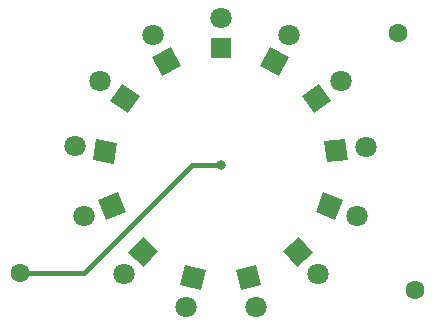
<source format=gbr>
G04 #@! TF.GenerationSoftware,KiCad,Pcbnew,(5.1.5)-3*
G04 #@! TF.CreationDate,2020-05-18T23:05:03-04:00*
G04 #@! TF.ProjectId,Union_Circle,556e696f-6e5f-4436-9972-636c652e6b69,rev?*
G04 #@! TF.SameCoordinates,Original*
G04 #@! TF.FileFunction,Copper,L2,Bot*
G04 #@! TF.FilePolarity,Positive*
%FSLAX46Y46*%
G04 Gerber Fmt 4.6, Leading zero omitted, Abs format (unit mm)*
G04 Created by KiCad (PCBNEW (5.1.5)-3) date 2020-05-18 23:05:03*
%MOMM*%
%LPD*%
G04 APERTURE LIST*
%ADD10C,1.600000*%
%ADD11C,1.800000*%
%ADD12R,1.800000X1.800000*%
%ADD13C,0.100000*%
%ADD14C,0.800000*%
%ADD15C,0.400000*%
G04 APERTURE END LIST*
D10*
X115000000Y-88828950D03*
X116464466Y-110635566D03*
X83000000Y-109171100D03*
D11*
X100000000Y-87615000D03*
D12*
X100000000Y-90155000D03*
D11*
X105755749Y-89033750D03*
G04 #@! TA.AperFunction,ComponentPad*
D13*
G36*
X104953547Y-92497862D02*
G01*
X103359839Y-91661146D01*
X104196555Y-90067438D01*
X105790263Y-90904154D01*
X104953547Y-92497862D01*
G37*
G04 #@! TD.AperFunction*
G04 #@! TA.AperFunction,ComponentPad*
G36*
X107872354Y-95659044D02*
G01*
X106850235Y-94177399D01*
X108331880Y-93155280D01*
X109353999Y-94636925D01*
X107872354Y-95659044D01*
G37*
G04 #@! TD.AperFunction*
D11*
X110192883Y-92964838D03*
G04 #@! TA.AperFunction,ComponentPad*
D13*
G36*
X108987840Y-99814379D02*
G01*
X108771593Y-98027416D01*
X110558556Y-97811169D01*
X110774803Y-99598132D01*
X108987840Y-99814379D01*
G37*
G04 #@! TD.AperFunction*
D11*
X112294802Y-98507626D03*
G04 #@! TA.AperFunction,ComponentPad*
D13*
G36*
X108044532Y-104012161D02*
G01*
X108683724Y-102329475D01*
X110366410Y-102968667D01*
X109727218Y-104651353D01*
X108044532Y-104012161D01*
G37*
G04 #@! TD.AperFunction*
D11*
X111579929Y-104392386D03*
X108212127Y-109270874D03*
G04 #@! TA.AperFunction,ComponentPad*
D13*
G36*
X105258655Y-107290824D02*
G01*
X106606775Y-106098108D01*
X107799491Y-107446228D01*
X106451371Y-108638944D01*
X105258655Y-107290824D01*
G37*
G04 #@! TD.AperFunction*
D11*
X102965090Y-112024810D03*
G04 #@! TA.AperFunction,ComponentPad*
D13*
G36*
X101265060Y-108901750D02*
G01*
X103012350Y-108469340D01*
X103444760Y-110216630D01*
X101697470Y-110649040D01*
X101265060Y-108901750D01*
G37*
G04 #@! TD.AperFunction*
D11*
X97037063Y-112025341D03*
G04 #@! TA.AperFunction,ComponentPad*
D13*
G36*
X96983596Y-108469958D02*
G01*
X98731638Y-108899318D01*
X98302278Y-110647360D01*
X96554236Y-110218000D01*
X96983596Y-108469958D01*
G37*
G04 #@! TD.AperFunction*
G04 #@! TA.AperFunction,ComponentPad*
G36*
X93393225Y-106108108D02*
G01*
X94741345Y-107300824D01*
X93548629Y-108648944D01*
X92200509Y-107456228D01*
X93393225Y-106108108D01*
G37*
G04 #@! TD.AperFunction*
D11*
X91787873Y-109280874D03*
G04 #@! TA.AperFunction,ComponentPad*
D13*
G36*
X91316276Y-102329475D02*
G01*
X91955468Y-104012161D01*
X90272782Y-104651353D01*
X89633590Y-102968667D01*
X91316276Y-102329475D01*
G37*
G04 #@! TD.AperFunction*
D11*
X88420071Y-104392386D03*
G04 #@! TA.AperFunction,ComponentPad*
D13*
G36*
X91258424Y-98146688D02*
G01*
X90948951Y-99919885D01*
X89175754Y-99610412D01*
X89485227Y-97837215D01*
X91258424Y-98146688D01*
G37*
G04 #@! TD.AperFunction*
D11*
X87714911Y-98441850D03*
X89807117Y-92964838D03*
G04 #@! TA.AperFunction,ComponentPad*
D13*
G36*
X93149765Y-94177399D02*
G01*
X92127646Y-95659044D01*
X90646001Y-94636925D01*
X91668120Y-93155280D01*
X93149765Y-94177399D01*
G37*
G04 #@! TD.AperFunction*
D11*
X94244251Y-89033750D03*
G04 #@! TA.AperFunction,ComponentPad*
D13*
G36*
X96640161Y-91661146D02*
G01*
X95046453Y-92497862D01*
X94209737Y-90904154D01*
X95803445Y-90067438D01*
X96640161Y-91661146D01*
G37*
G04 #@! TD.AperFunction*
D14*
X100000000Y-100000000D03*
D15*
X100000000Y-100000000D02*
X97612000Y-100000000D01*
X88440900Y-109171100D02*
X83000000Y-109171100D01*
X97612000Y-100000000D02*
X88440900Y-109171100D01*
M02*

</source>
